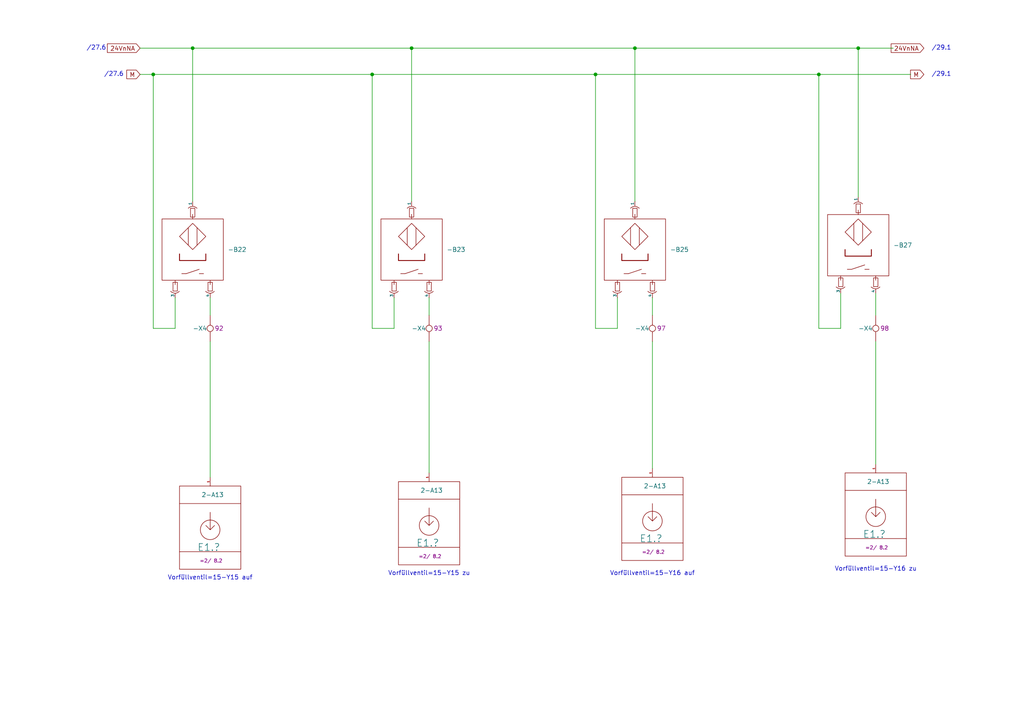
<source format=kicad_sch>
(kicad_sch (version 20250114) (generator "eeschema") (generator_version "9.0")
  (paper "A4")
  (title_block (comment 4 "15"))
  (lib_symbols
    (symbol "Verbinder_Standart_einfach_(X)_1" (pin_numbers (hide yes)) (pin_names (offset 0))
      (property "Reference" "-X" (at -4.572 2.794 0))
      (property "Nummer" "x" (at 3.048 3.048 0))
      (symbol "Verbinder_Standart_einfach_(X)_1_0_1"
        (polyline (pts (xy 0 1.27) (xy 0 1.016)))
        (circle (center 0 0) (radius 0.9158))
        (polyline (pts (xy 0 -1.27) (xy 0 -1.016)))
      )
      (symbol "Verbinder_Standart_einfach_(X)_1_1_1"
        (pin passive line (at 0 3.81 270) (length 2.54) (name "") (number ""))
        (pin passive line (at 0 -3.81 90) (length 2.54) (name "") (number ""))
      )
    )
    (symbol "Verbinder_Standart_einfach_(X)_2" (pin_numbers (hide yes)) (pin_names (offset 0))
      (property "Reference" "-X" (at -4.572 2.794 0))
      (property "Nummer" "x" (at 3.048 3.048 0))
      (symbol "Verbinder_Standart_einfach_(X)_2_0_1"
        (polyline (pts (xy 0 1.27) (xy 0 1.016)))
        (circle (center 0 0) (radius 0.9158))
        (polyline (pts (xy 0 -1.27) (xy 0 -1.016)))
      )
      (symbol "Verbinder_Standart_einfach_(X)_2_1_1"
        (pin passive line (at 0 3.81 270) (length 2.54) (name "") (number ""))
        (pin passive line (at 0 -3.81 90) (length 2.54) (name "") (number ""))
      )
    )
    (symbol "Verbinder_Standart_einfach_(X)_3" (pin_numbers (hide yes)) (pin_names (offset 0))
      (property "Reference" "-X" (at -4.572 2.794 0))
      (property "Nummer" "x" (at 3.048 3.048 0))
      (symbol "Verbinder_Standart_einfach_(X)_3_0_1"
        (polyline (pts (xy 0 1.27) (xy 0 1.016)))
        (circle (center 0 0) (radius 0.9158))
        (polyline (pts (xy 0 -1.27) (xy 0 -1.016)))
      )
      (symbol "Verbinder_Standart_einfach_(X)_3_1_1"
        (pin passive line (at 0 3.81 270) (length 2.54) (name "") (number ""))
        (pin passive line (at 0 -3.81 90) (length 2.54) (name "") (number ""))
      )
    )
    (symbol "standart:PLC_IN_(E)" (on_board no)
      (property "Reference" "-E" (at -6.35 10.16 0))
      (property "Target" "=Gruppe/ Seite.Pfad" (at 0.254 -8.382 0))
      (symbol "PLC_IN_(E)_0_1"
        (rectangle (start -8.89 12.7) (end 8.89 -11.43))
        (polyline (pts (xy -8.89 7.62) (xy 8.89 7.62)))
        (polyline (pts (xy -8.89 -6.35) (xy 8.89 -6.35)))
        (polyline (pts (xy 0 5.08) (xy 0 0) (xy 1.27 1.27) (xy 0 0) (xy -1.27 1.27)))
        (circle (center 0 0) (radius 2.8398))
      )
      (symbol "PLC_IN_(E)_1_1"
        (pin input line (at 0 15.24 270) (length 2.54) (name "") (number "1"))
      )
    )
    (symbol "standart:Sensor_PNP_Fe_(B)_NO" (pin_numbers (hide yes)) (pin_names (offset 0))
      (property "Reference" "-B" (at -13.462 11.176 0))
      (symbol "Sensor_PNP_Fe_(B)_NO_0_1"
        (rectangle (start -8.89 8.89) (end 8.89 -8.89))
        (polyline (pts (xy -5.08 -8.89) (xy -5.08 -10.16)))
        (polyline (pts (xy -3.81 3.81) (xy 0 7.62) (xy 3.81 3.81) (xy 0 0) (xy -3.81 3.81)))
        (polyline (pts (xy -1.905 -6.985) (xy -3.175 -6.985)))
        (polyline (pts (xy -1.905 -6.985) (xy 1.905 -5.715)))
        (polyline (pts (xy -1.27 6.35) (xy -1.27 1.27)))
        (rectangle (start 0 10.16) (end 0 10.16))
        (rectangle (start 0 10.16) (end 0 10.16))
        (polyline (pts (xy 0 8.89) (xy 0 10.16)))
        (polyline (pts (xy 1.27 6.35) (xy 1.27 1.27)))
        (polyline (pts (xy 3.175 -6.985) (xy 1.905 -6.985)))
        (polyline (pts (xy 5.08 -8.89) (xy 5.08 -10.16)))
      )
      (symbol "Sensor_PNP_Fe_(B)_NO_1_1"
        (rectangle (start -5.7031 -9.4835) (end -4.4331 -12.0235) (fill (type color)))
        (bezier (pts (xy -3.8638 -12.0969) (xy -5.1338 -13.3669) (xy -6.4038 -12.0969) (xy -6.4038 -12.0969)))
        (polyline (pts (xy -3.81 -1.27) (xy -3.81 -3.175) (xy 3.81 -3.175) (xy 3.81 -1.27)) (stroke (width 0.254)))
        (bezier (pts (xy -1.2707 11.9806) (xy -0.0007 13.2506) (xy 1.2693 11.9806) (xy 1.2693 11.9806)))
        (rectangle (start -0.629 11.9632) (end 0.641 9.4232) (fill (type color)))
        (rectangle (start 4.4492 -9.4835) (end 5.7192 -12.0235) (fill (type color)))
        (bezier (pts (xy 6.2858 -12.1072) (xy 5.0158 -13.3772) (xy 3.7458 -12.1072) (xy 3.7458 -12.1072)))
        (pin passive line (at -5.08 -13.97 90) (length 1.27) (name "3") (number "3"))
        (pin passive line (at 0 13.97 270) (length 1.27) (name "1") (number "1"))
        (pin passive line (at 5.08 -13.97 90) (length 1.27) (name "4") (number "4"))
      )
    )
    (symbol "standart:Verbinder_Standart_einfach_(X)" (pin_numbers (hide yes)) (pin_names (offset 0))
      (property "Reference" "-X" (at -4.572 2.794 0))
      (property "Nummer" "x" (at 3.048 3.048 0))
      (symbol "Verbinder_Standart_einfach_(X)_0_1"
        (polyline (pts (xy 0 1.27) (xy 0 1.016)))
        (circle (center 0 0) (radius 0.9158))
        (polyline (pts (xy 0 -1.27) (xy 0 -1.016)))
      )
      (symbol "Verbinder_Standart_einfach_(X)_1_1"
        (pin passive line (at 0 3.81 270) (length 2.54) (name "") (number ""))
        (pin passive line (at 0 -3.81 90) (length 2.54) (name "") (number ""))
      )
    )
  )
  (text "Vorfüllventil=15-Y15 zu" (at 124.46 166.37 0) (effects (font (size 1.27 1.27))))
  (text "Vorfüllventil=15-Y15 auf" (at 60.96 167.64 0) (effects (font (size 1.27 1.27))))
  (text "Vorfüllventil=15-Y16 auf" (at 189.23 166.37 0) (effects (font (size 1.27 1.27))))
  (text "/29.1\n" (at 273.05 21.59 0) (effects (font (size 1.27 1.27))))
  (text "/27.6" (at 27.94 13.97 0) (effects (font (size 1.27 1.27))))
  (text "Vorfüllventil=15-Y16 zu" (at 254 165.1 0) (effects (font (size 1.27 1.27))))
  (text "/27.6" (at 33.02 21.59 0) (effects (font (size 1.27 1.27))))
  (text "/29.1\n" (at 273.05 13.97 0) (effects (font (size 1.27 1.27))))
  (junction (at 248.92 13.97))
  (junction (at 119.38 13.97))
  (junction (at 237.49 21.59))
  (junction (at 107.95 21.59))
  (junction (at 172.72 21.59))
  (junction (at 44.45 21.59))
  (junction (at 184.15 13.97))
  (junction (at 55.88 13.97))
  (wire (pts (xy 184.15 13.97) (xy 184.15 58.42)))
  (wire (pts (xy 107.95 21.59) (xy 172.72 21.59)))
  (wire (pts (xy 60.96 86.36) (xy 60.96 91.44)))
  (wire (pts (xy 40.64 13.97) (xy 55.88 13.97)))
  (wire (pts (xy 40.64 21.59) (xy 44.45 21.59)))
  (wire (pts (xy 124.46 86.36) (xy 124.46 91.44)))
  (wire (pts (xy 189.23 99.06) (xy 189.23 135.89)))
  (wire (pts (xy 124.46 99.06) (xy 124.46 137.16)))
  (wire (pts (xy 172.72 95.25) (xy 179.07 95.25)))
  (wire (pts (xy 184.15 13.97) (xy 248.92 13.97)))
  (wire (pts (xy 55.88 13.97) (xy 119.38 13.97)))
  (wire (pts (xy 237.49 21.59) (xy 237.49 95.25)))
  (wire (pts (xy 172.72 21.59) (xy 172.72 95.25)))
  (wire (pts (xy 107.95 21.59) (xy 107.95 95.25)))
  (wire (pts (xy 254 85.09) (xy 254 91.44)))
  (wire (pts (xy 60.96 99.06) (xy 60.96 138.43)))
  (wire (pts (xy 254 99.06) (xy 254 134.62)))
  (wire (pts (xy 107.95 95.25) (xy 114.3 95.25)))
  (wire (pts (xy 172.72 21.59) (xy 237.49 21.59)))
  (wire (pts (xy 179.07 86.36) (xy 179.07 95.25)))
  (wire (pts (xy 50.8 86.36) (xy 50.8 95.25)))
  (wire (pts (xy 55.88 13.97) (xy 55.88 58.42)))
  (wire (pts (xy 119.38 13.97) (xy 184.15 13.97)))
  (wire (pts (xy 248.92 13.97) (xy 248.92 57.15)))
  (wire (pts (xy 114.3 86.36) (xy 114.3 95.25)))
  (wire (pts (xy 44.45 21.59) (xy 44.45 95.25)))
  (wire (pts (xy 248.92 13.97) (xy 259.08 13.97)))
  (wire (pts (xy 44.45 95.25) (xy 50.8 95.25)))
  (wire (pts (xy 237.49 21.59) (xy 264.16 21.59)))
  (wire (pts (xy 243.84 85.09) (xy 243.84 95.25)))
  (wire (pts (xy 237.49 95.25) (xy 243.84 95.25)))
  (wire (pts (xy 119.38 13.97) (xy 119.38 58.42)))
  (wire (pts (xy 189.23 86.36) (xy 189.23 91.44)))
  (wire (pts (xy 44.45 21.59) (xy 107.95 21.59)))
  (global_label "24VnNA" (shape input) (at 40.64 13.97 180) (property "Intersheetrefs" "${INTERSHEET_REFS}" (effects (hide yes))))
  (global_label "24VnNA" (shape input) (at 267.97 13.97 180) (property "Intersheetrefs" "${INTERSHEET_REFS}" (effects (hide yes))))
  (global_label "M" (shape input) (at 40.64 21.59 180) (property "Intersheetrefs" "${INTERSHEET_REFS}" (effects (hide yes))))
  (global_label "M" (shape input) (at 267.97 21.59 180) (property "Intersheetrefs" "${INTERSHEET_REFS}" (effects (hide yes))))
  (symbol (lib_name "Verbinder_Standart_einfach_(X)_2") (lib_id "standart:Verbinder_Standart_einfach_(X)") (at 189.23 95.25 0) (unit 1)
    (property "Reference" "-X4" (at 184.15 95.25 0) (effects (justify left)))
    (property "Nummer" "97" (at 190.5 95.25 0) (effects (justify left)))
  )
  (symbol (lib_id "standart:Sensor_PNP_Fe_(B)_NO") (at 248.92 71.12 0) (unit 1)
    (property "Reference" "-B27" (at 259.08 71.1199 0) (effects (justify left)))
  )
  (symbol (lib_id "standart:Sensor_PNP_Fe_(B)_NO") (at 119.38 72.39 0) (unit 1)
    (property "Reference" "-B23" (at 129.54 72.3899 0) (effects (justify left)))
  )
  (symbol (lib_id "standart:Sensor_PNP_Fe_(B)_NO") (at 55.88 72.39 0) (unit 1)
    (property "Reference" "-B22" (at 66.04 72.3899 0) (effects (justify left)))
  )
  (symbol (lib_id "standart:PLC_IN_(E)") (at 189.23 151.13 0) (unit 1) (on_board no)
    (property "Reference" "E1.?" (at 185.42 156.21 0) (effects (font (size 2.032 2.032)) (justify left)))
    (property "Value" "2-A13" (at 186.69 140.97 0) (effects (justify left)))
    (property "Target" "=2/ 8.2" (at 189.484 159.512 0) (effects (font (size 1.016 1.016)) (justify top)))
  )
  (symbol (lib_id "standart:PLC_IN_(E)") (at 254 149.86 0) (unit 1) (on_board no)
    (property "Reference" "E1.?" (at 250.19 154.94 0) (effects (font (size 2.032 2.032)) (justify left)))
    (property "Value" "2-A13" (at 251.46 139.7 0) (effects (justify left)))
    (property "Target" "=2/ 8.2" (at 254.254 158.242 0) (effects (font (size 1.016 1.016)) (justify top)))
  )
  (symbol (lib_id "standart:Verbinder_Standart_einfach_(X)") (at 60.96 95.25 0) (unit 1)
    (property "Reference" "-X4" (at 55.88 95.25 0) (effects (justify left)))
    (property "Nummer" "92" (at 62.23 95.25 0) (effects (justify left)))
  )
  (symbol (lib_id "standart:PLC_IN_(E)") (at 124.46 152.4 0) (unit 1) (on_board no)
    (property "Reference" "E1.?" (at 120.65 157.48 0) (effects (font (size 2.032 2.032)) (justify left)))
    (property "Value" "2-A13" (at 121.92 142.24 0) (effects (justify left)))
    (property "Target" "=2/ 8.2" (at 124.714 160.782 0) (effects (font (size 1.016 1.016)) (justify top)))
  )
  (symbol (lib_id "standart:Sensor_PNP_Fe_(B)_NO") (at 184.15 72.39 0) (unit 1)
    (property "Reference" "-B25" (at 194.31 72.3899 0) (effects (justify left)))
  )
  (symbol (lib_name "Verbinder_Standart_einfach_(X)_3") (lib_id "standart:Verbinder_Standart_einfach_(X)") (at 254 95.25 0) (unit 1)
    (property "Reference" "-X4" (at 248.92 95.25 0) (effects (justify left)))
    (property "Nummer" "98" (at 255.27 95.25 0) (effects (justify left)))
  )
  (symbol (lib_name "Verbinder_Standart_einfach_(X)_1") (lib_id "standart:Verbinder_Standart_einfach_(X)") (at 124.46 95.25 0) (unit 1)
    (property "Reference" "-X4" (at 119.38 95.25 0) (effects (justify left)))
    (property "Nummer" "93" (at 125.73 95.25 0) (effects (justify left)))
  )
  (symbol (lib_id "standart:PLC_IN_(E)") (at 60.96 153.67 0) (unit 1) (on_board no)
    (property "Reference" "E1.?" (at 57.15 158.75 0) (effects (font (size 2.032 2.032)) (justify left)))
    (property "Value" "2-A13" (at 58.42 143.51 0) (effects (justify left)))
    (property "Target" "=2/ 8.2" (at 61.214 162.052 0) (effects (font (size 1.016 1.016)) (justify top)))
  )
)
</source>
